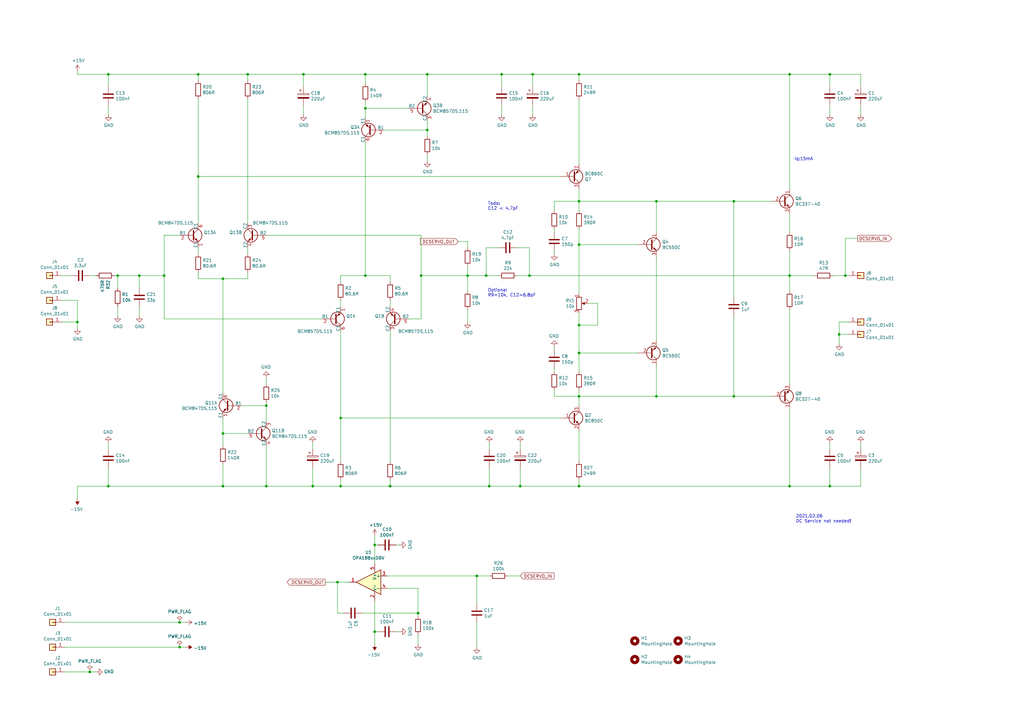
<source format=kicad_sch>
(kicad_sch (version 20211123) (generator eeschema)
  (paper "A3")
  (title_block (title "Discrete Pre-Amp Elektor") (date "2022-10-20") (rev "V2c DC Servo"))
  (lib_symbols
    (symbol "Amplifier_Operational:OPA188xxDBV" (pin_names (offset 0.127))
      (property "Reference" "U" (at 0 5.08 0))
      (property "Value" "OPA188xxDBV" (at 0 -5.08 0))
      (symbol "OPA188xxDBV_0_1"
        (pin power_in line (at -2.54 -7.62 90) (length 3.81) (name "V-") (number "2"))
        (pin power_in line (at -2.54 7.62 270) (length 3.81) (name "V+") (number "5"))
      )
      (symbol "OPA188xxDBV_1_1"
        (pin output line (at 7.62 0 180) (length 2.54) (name "~") (number "1"))
        (pin input line (at -7.62 2.54 0) (length 2.54) (name "+") (number "3"))
        (pin input line (at -7.62 -2.54 0) (length 2.54) (name "-") (number "4"))
      )
    )
    (symbol "Connector_Generic:Conn_01x01" (pin_names (offset 1.016) hide)
      (property "Reference" "J" (at 0 2.54 0))
      (property "Value" "Conn_01x01" (at 0 -2.54 0))
      (symbol "Conn_01x01_1_1"
        (pin passive line (at -5.08 0 0) (length 3.81) (name "Pin_1") (number "1"))
      )
    )
    (symbol "Device:C" (pin_numbers hide) (pin_names (offset 0.254))
      (property "Reference" "C" (at 0.635 2.54 0))
      (property "Value" "C" (at 0.635 -2.54 0))
      (symbol "C_1_1"
        (pin passive line (at 0 3.81 270) (length 2.794) (name "~") (number "1"))
        (pin passive line (at 0 -3.81 90) (length 2.794) (name "~") (number "2"))
      )
    )
    (symbol "Device:C_Polarized" (pin_numbers hide) (pin_names (offset 0.254))
      (property "Reference" "C" (at 0.635 2.54 0))
      (property "Value" "C_Polarized" (at 0.635 -2.54 0))
      (symbol "C_Polarized_1_1"
        (pin passive line (at 0 3.81 270) (length 2.794) (name "~") (number "1"))
        (pin passive line (at 0 -3.81 90) (length 2.794) (name "~") (number "2"))
      )
    )
    (symbol "Device:R" (pin_numbers hide) (pin_names (offset 0))
      (property "Reference" "R" (at 2.032 0 90))
      (property "Value" "R" (at 0 0 90))
      (symbol "R_1_1"
        (pin passive line (at 0 3.81 270) (length 1.27) (name "~") (number "1"))
        (pin passive line (at 0 -3.81 90) (length 1.27) (name "~") (number "2"))
      )
    )
    (symbol "Mechanical:MountingHole" (pin_names (offset 1.016))
      (property "Reference" "H" (at 0 5.08 0))
      (property "Value" "MountingHole" (at 0 3.175 0))
    )
    (symbol "Transistor_BJT:BC327" (pin_names (offset 0) hide)
      (property "Reference" "Q" (at 5.08 1.905 0))
      (property "Value" "BC327" (at 5.08 0 0))
      (symbol "BC327_1_1"
        (pin passive line (at 2.54 5.08 270) (length 2.54) (name "C") (number "1"))
        (pin input line (at -5.08 0 0) (length 5.715) (name "B") (number "2"))
        (pin passive line (at 2.54 -5.08 90) (length 2.54) (name "E") (number "3"))
      )
    )
    (symbol "Transistor_BJT:BC337" (pin_names (offset 0) hide)
      (property "Reference" "Q" (at 5.08 1.905 0))
      (property "Value" "BC337" (at 5.08 0 0))
      (symbol "BC337_1_1"
        (pin passive line (at 2.54 5.08 270) (length 2.54) (name "C") (number "1"))
        (pin input line (at -5.08 0 0) (length 5.08) (name "B") (number "2"))
        (pin passive line (at 2.54 -5.08 90) (length 2.54) (name "E") (number "3"))
      )
    )
    (symbol "Transistor_BJT:BC550" (pin_names (offset 0) hide)
      (property "Reference" "Q" (at 5.08 1.905 0))
      (property "Value" "BC550" (at 5.08 0 0))
      (symbol "BC550_1_1"
        (pin passive line (at 2.54 5.08 270) (length 2.54) (name "C") (number "1"))
        (pin input line (at -5.08 0 0) (length 5.08) (name "B") (number "2"))
        (pin passive line (at 2.54 -5.08 90) (length 2.54) (name "E") (number "3"))
      )
    )
    (symbol "Transistor_BJT:BC560" (pin_names (offset 0) hide)
      (property "Reference" "Q" (at 5.08 1.905 0))
      (property "Value" "BC560" (at 5.08 0 0))
      (symbol "BC560_1_1"
        (pin passive line (at 2.54 5.08 270) (length 2.54) (name "C") (number "1"))
        (pin input line (at -5.08 0 0) (length 5.715) (name "B") (number "2"))
        (pin passive line (at 2.54 -5.08 90) (length 2.54) (name "E") (number "3"))
      )
    )
    (symbol "Transistor_BJT:BC850" (pin_names (offset 0) hide)
      (property "Reference" "Q" (at 5.08 1.905 0))
      (property "Value" "BC850" (at 5.08 0 0))
      (symbol "BC850_1_1"
        (pin input line (at -5.08 0 0) (length 5.715) (name "B") (number "1"))
        (pin passive line (at 2.54 -5.08 90) (length 2.54) (name "E") (number "2"))
        (pin passive line (at 2.54 5.08 270) (length 2.54) (name "C") (number "3"))
      )
    )
    (symbol "Transistor_BJT:BC860" (pin_names (offset 0) hide)
      (property "Reference" "Q" (at 5.08 1.905 0))
      (property "Value" "BC860" (at 5.08 0 0))
      (symbol "BC860_1_1"
        (pin input line (at -5.08 0 0) (length 5.715) (name "B") (number "1"))
        (pin passive line (at 2.54 -5.08 90) (length 2.54) (name "E") (number "2"))
        (pin passive line (at 2.54 5.08 270) (length 2.54) (name "C") (number "3"))
      )
    )
    (symbol "kicad-snk:BCM847DS,115" (pin_names (offset 0))
      (property "Reference" "Q" (at 5.08 1.27 0))
      (property "Value" "BCM847DS,115" (at 5.08 -1.27 0))
      (symbol "BCM847DS,115_1_1"
        (pin passive line (at 2.54 -5.08 90) (length 2.54) (name "E1") (number "1"))
        (pin input line (at -5.08 0 0) (length 2.54) (name "B1") (number "2"))
        (pin passive line (at 2.54 5.08 270) (length 2.54) (name "C1") (number "6"))
      )
      (symbol "BCM847DS,115_2_1"
        (pin passive line (at 2.54 5.08 270) (length 2.54) (name "C2") (number "3"))
        (pin passive line (at 2.54 -5.08 90) (length 2.54) (name "E2") (number "4"))
        (pin input line (at -5.08 0 0) (length 2.54) (name "B2") (number "5"))
      )
    )
    (symbol "kicad-snk:BCM857DS,115" (pin_names (offset 0))
      (property "Reference" "Q" (at 5.08 1.27 0))
      (property "Value" "BCM857DS,115" (at 5.08 -1.27 0))
      (symbol "BCM857DS,115_1_1"
        (pin passive line (at 2.54 -5.08 90) (length 2.54) (name "E1") (number "1"))
        (pin input line (at -5.08 0 0) (length 2.54) (name "B1") (number "2"))
        (pin passive line (at 2.54 5.08 270) (length 2.54) (name "C1") (number "6"))
      )
      (symbol "BCM857DS,115_2_1"
        (pin passive line (at 2.54 5.08 270) (length 2.54) (name "C2") (number "3"))
        (pin passive line (at 2.54 -5.08 90) (length 2.54) (name "E2") (number "4"))
        (pin input line (at -5.08 0 0) (length 2.54) (name "B2") (number "5"))
      )
    )
    (symbol "power:+15V" (power) (pin_names (offset 0))
      (property "Value" "+15V" (at 0 3.556 0))
      (symbol "+15V_1_1"
        (pin power_in line (at 0 0 90) (length 0) hide (name "+15V") (number "1"))
      )
    )
    (symbol "power:-15V" (power) (pin_names (offset 0))
      (property "Value" "-15V" (at 0 3.81 0))
      (symbol "-15V_0_0"
        (pin power_in line (at 0 0 90) (length 0) hide (name "-15V") (number "1"))
      )
    )
    (symbol "power:GND" (power) (pin_names (offset 0))
      (property "Value" "GND" (at 0 -3.81 0))
      (symbol "GND_1_1"
        (pin power_in line (at 0 0 270) (length 0) hide (name "GND") (number "1"))
      )
    )
    (symbol "power:PWR_FLAG" (power) (pin_numbers hide) (pin_names (offset 0) hide)
      (property "Value" "PWR_FLAG" (at 0 3.81 0))
      (symbol "PWR_FLAG_0_0"
        (pin power_out line (at 0 0 90) (length 0) (name "pwr") (number "1"))
      )
    )
    (symbol "pre-amp-discret-rescue:R_POT-Device" (pin_names (offset 1.016) hide)
      (property "Reference" "RV" (at -4.445 0 90))
      (property "Value" "R_POT-Device" (at -2.54 0 90))
      (symbol "R_POT-Device_1_1"
        (pin passive line (at 0 3.81 270) (length 1.27) (name "1") (number "1"))
        (pin passive line (at 3.81 0 180) (length 1.27) (name "2") (number "2"))
        (pin passive line (at 0 -3.81 90) (length 1.27) (name "3") (number "3"))
      )
    )
  )
  (junction (at 149.86 113.03))
  (junction (at 139.7 199.39))
  (junction (at 237.49 162.56))
  (junction (at 237.49 100.33))
  (junction (at 237.49 30.48))
  (junction (at 149.86 30.48))
  (junction (at 67.31 113.03))
  (junction (at 160.02 199.39))
  (junction (at 237.49 82.55))
  (junction (at 300.99 82.55))
  (junction (at 175.26 30.48))
  (junction (at 237.49 133.35))
  (junction (at 124.46 30.48))
  (junction (at 340.36 199.39))
  (junction (at 195.58 236.22))
  (junction (at 171.45 251.46))
  (junction (at 139.7 171.45))
  (junction (at 346.71 113.03))
  (junction (at 91.44 114.3))
  (junction (at 138.43 238.76))
  (junction (at 172.72 113.03))
  (junction (at 36.83 275.59))
  (junction (at 153.67 223.52))
  (junction (at 237.49 144.78))
  (junction (at 205.74 30.48))
  (junction (at 323.85 113.03))
  (junction (at 44.45 30.48))
  (junction (at 81.28 30.48))
  (junction (at 175.26 53.34))
  (junction (at 44.45 199.39))
  (junction (at 73.66 255.27))
  (junction (at 109.22 166.37))
  (junction (at 57.15 113.03))
  (junction (at 269.24 162.56))
  (junction (at 323.85 30.48))
  (junction (at 109.22 199.39))
  (junction (at 31.75 132.08))
  (junction (at 218.44 30.48))
  (junction (at 213.36 199.39))
  (junction (at 73.66 265.43))
  (junction (at 91.44 199.39))
  (junction (at 81.28 72.39))
  (junction (at 191.77 113.03))
  (junction (at 200.66 199.39))
  (junction (at 48.26 113.03))
  (junction (at 269.24 82.55))
  (junction (at 340.36 30.48))
  (junction (at 237.49 199.39))
  (junction (at 149.86 44.45))
  (junction (at 91.44 177.8))
  (junction (at 199.39 113.03))
  (junction (at 128.27 199.39))
  (junction (at 101.6 30.48))
  (junction (at 344.17 137.16))
  (junction (at 300.99 162.56))
  (junction (at 217.17 113.03))
  (junction (at 323.85 199.39))
  (junction (at 153.67 259.08))
  (wire (pts (xy 26.67 265.43) (xy 73.66 265.43)))
  (wire (pts (xy 73.66 255.27) (xy 76.2 255.27)))
  (wire (pts (xy 347.98 132.08) (xy 344.17 132.08)))
  (wire (pts (xy 91.44 114.3) (xy 81.28 114.3)))
  (wire (pts (xy 237.49 100.33) (xy 237.49 93.98)))
  (wire (pts (xy 200.66 184.15) (xy 200.66 181.61)))
  (wire (pts (xy 163.83 223.52) (xy 162.56 223.52)))
  (wire (pts (xy 227.33 95.25) (xy 227.33 93.98)))
  (wire (pts (xy 227.33 162.56) (xy 227.33 160.02)))
  (wire (pts (xy 158.75 236.22) (xy 195.58 236.22)))
  (wire (pts (xy 109.22 182.88) (xy 109.22 199.39)))
  (wire (pts (xy 323.85 119.38) (xy 323.85 113.03)))
  (wire (pts (xy 212.09 101.6) (xy 217.17 101.6)))
  (wire (pts (xy 353.06 43.18) (xy 353.06 46.99)))
  (wire (pts (xy 353.06 30.48) (xy 340.36 30.48)))
  (wire (pts (xy 237.49 199.39) (xy 237.49 196.85)))
  (wire (pts (xy 67.31 96.52) (xy 67.31 113.03)))
  (wire (pts (xy 227.33 143.51) (xy 227.33 142.24)))
  (wire (pts (xy 227.33 152.4) (xy 227.33 151.13)))
  (wire (pts (xy 205.74 30.48) (xy 218.44 30.48)))
  (wire (pts (xy 261.62 100.33) (xy 237.49 100.33)))
  (wire (pts (xy 237.49 176.53) (xy 237.49 189.23)))
  (wire (pts (xy 149.86 113.03) (xy 160.02 113.03)))
  (wire (pts (xy 205.74 30.48) (xy 205.74 35.56)))
  (wire (pts (xy 213.36 191.77) (xy 213.36 199.39)))
  (wire (pts (xy 172.72 96.52) (xy 172.72 113.03)))
  (wire (pts (xy 138.43 251.46) (xy 138.43 238.76)))
  (wire (pts (xy 153.67 219.71) (xy 153.67 223.52)))
  (wire (pts (xy 237.49 162.56) (xy 237.49 160.02)))
  (wire (pts (xy 153.67 246.38) (xy 153.67 259.08)))
  (wire (pts (xy 269.24 82.55) (xy 237.49 82.55)))
  (wire (pts (xy 344.17 132.08) (xy 344.17 137.16)))
  (wire (pts (xy 347.98 137.16) (xy 344.17 137.16)))
  (wire (pts (xy 31.75 199.39) (xy 44.45 199.39)))
  (wire (pts (xy 227.33 82.55) (xy 237.49 82.55)))
  (wire (pts (xy 340.36 35.56) (xy 340.36 30.48)))
  (wire (pts (xy 237.49 86.36) (xy 237.49 82.55)))
  (wire (pts (xy 237.49 33.02) (xy 237.49 30.48)))
  (wire (pts (xy 25.4 132.08) (xy 31.75 132.08)))
  (wire (pts (xy 160.02 125.73) (xy 160.02 123.19)))
  (wire (pts (xy 148.59 251.46) (xy 171.45 251.46)))
  (wire (pts (xy 26.67 255.27) (xy 73.66 255.27)))
  (wire (pts (xy 160.02 135.89) (xy 160.02 189.23)))
  (wire (pts (xy 109.22 96.52) (xy 172.72 96.52)))
  (wire (pts (xy 199.39 113.03) (xy 191.77 113.03)))
  (wire (pts (xy 175.26 66.04) (xy 175.26 63.5)))
  (wire (pts (xy 101.6 40.64) (xy 101.6 91.44)))
  (wire (pts (xy 44.45 35.56) (xy 44.45 30.48)))
  (wire (pts (xy 57.15 113.03) (xy 67.31 113.03)))
  (wire (pts (xy 149.86 34.29) (xy 149.86 30.48)))
  (wire (pts (xy 160.02 199.39) (xy 200.66 199.39)))
  (wire (pts (xy 205.74 46.99) (xy 205.74 43.18)))
  (wire (pts (xy 44.45 184.15) (xy 44.45 181.61)))
  (wire (pts (xy 175.26 30.48) (xy 205.74 30.48)))
  (wire (pts (xy 157.48 53.34) (xy 175.26 53.34)))
  (wire (pts (xy 109.22 165.1) (xy 109.22 166.37)))
  (wire (pts (xy 139.7 135.89) (xy 139.7 171.45)))
  (wire (pts (xy 128.27 184.15) (xy 128.27 181.61)))
  (wire (pts (xy 153.67 259.08) (xy 153.67 264.16)))
  (wire (pts (xy 57.15 129.54) (xy 57.15 125.73)))
  (wire (pts (xy 101.6 30.48) (xy 101.6 33.02)))
  (wire (pts (xy 48.26 118.11) (xy 48.26 113.03)))
  (wire (pts (xy 323.85 87.63) (xy 323.85 95.25)))
  (wire (pts (xy 109.22 166.37) (xy 109.22 172.72)))
  (wire (pts (xy 48.26 113.03) (xy 57.15 113.03)))
  (wire (pts (xy 31.75 30.48) (xy 31.75 29.21)))
  (wire (pts (xy 149.86 48.26) (xy 149.86 44.45)))
  (wire (pts (xy 26.67 275.59) (xy 36.83 275.59)))
  (wire (pts (xy 340.36 199.39) (xy 340.36 191.77)))
  (wire (pts (xy 200.66 191.77) (xy 200.66 199.39)))
  (wire (pts (xy 67.31 113.03) (xy 67.31 130.81)))
  (wire (pts (xy 323.85 167.64) (xy 323.85 199.39)))
  (wire (pts (xy 245.11 133.35) (xy 237.49 133.35)))
  (wire (pts (xy 213.36 199.39) (xy 237.49 199.39)))
  (wire (pts (xy 300.99 162.56) (xy 269.24 162.56)))
  (wire (pts (xy 109.22 157.48) (xy 109.22 154.94)))
  (wire (pts (xy 139.7 125.73) (xy 139.7 123.19)))
  (wire (pts (xy 73.66 265.43) (xy 76.2 265.43)))
  (wire (pts (xy 44.45 199.39) (xy 44.45 191.77)))
  (wire (pts (xy 346.71 113.03) (xy 347.98 113.03)))
  (wire (pts (xy 139.7 113.03) (xy 149.86 113.03)))
  (wire (pts (xy 237.49 199.39) (xy 323.85 199.39)))
  (wire (pts (xy 323.85 199.39) (xy 340.36 199.39)))
  (wire (pts (xy 300.99 129.54) (xy 300.99 162.56)))
  (wire (pts (xy 31.75 132.08) (xy 31.75 134.62)))
  (wire (pts (xy 172.72 113.03) (xy 191.77 113.03)))
  (wire (pts (xy 340.36 184.15) (xy 340.36 181.61)))
  (wire (pts (xy 44.45 46.99) (xy 44.45 43.18)))
  (wire (pts (xy 213.36 184.15) (xy 213.36 181.61)))
  (wire (pts (xy 323.85 157.48) (xy 323.85 127)))
  (wire (pts (xy 153.67 223.52) (xy 153.67 231.14)))
  (wire (pts (xy 175.26 53.34) (xy 175.26 49.53)))
  (wire (pts (xy 323.85 30.48) (xy 340.36 30.48)))
  (wire (pts (xy 237.49 133.35) (xy 237.49 144.78)))
  (wire (pts (xy 175.26 39.37) (xy 175.26 30.48)))
  (wire (pts (xy 237.49 30.48) (xy 323.85 30.48)))
  (wire (pts (xy 128.27 199.39) (xy 128.27 191.77)))
  (wire (pts (xy 101.6 114.3) (xy 91.44 114.3)))
  (wire (pts (xy 217.17 113.03) (xy 323.85 113.03)))
  (wire (pts (xy 167.64 130.81) (xy 172.72 130.81)))
  (wire (pts (xy 237.49 162.56) (xy 227.33 162.56)))
  (wire (pts (xy 31.75 204.47) (xy 31.75 199.39)))
  (wire (pts (xy 139.7 171.45) (xy 139.7 189.23)))
  (wire (pts (xy 81.28 114.3) (xy 81.28 111.76)))
  (wire (pts (xy 101.6 177.8) (xy 91.44 177.8)))
  (wire (pts (xy 36.83 113.03) (xy 39.37 113.03)))
  (wire (pts (xy 154.94 259.08) (xy 153.67 259.08)))
  (wire (pts (xy 81.28 104.14) (xy 81.28 101.6)))
  (wire (pts (xy 31.75 30.48) (xy 44.45 30.48)))
  (wire (pts (xy 31.75 123.19) (xy 31.75 132.08)))
  (wire (pts (xy 160.02 115.57) (xy 160.02 113.03)))
  (wire (pts (xy 101.6 104.14) (xy 101.6 101.6)))
  (wire (pts (xy 172.72 113.03) (xy 172.72 130.81)))
  (wire (pts (xy 140.97 251.46) (xy 138.43 251.46)))
  (wire (pts (xy 191.77 101.6) (xy 191.77 99.06)))
  (wire (pts (xy 81.28 40.64) (xy 81.28 72.39)))
  (wire (pts (xy 212.09 113.03) (xy 217.17 113.03)))
  (wire (pts (xy 99.06 166.37) (xy 109.22 166.37)))
  (wire (pts (xy 300.99 121.92) (xy 300.99 82.55)))
  (wire (pts (xy 229.87 171.45) (xy 139.7 171.45)))
  (wire (pts (xy 91.44 177.8) (xy 91.44 171.45)))
  (wire (pts (xy 323.85 113.03) (xy 334.01 113.03)))
  (wire (pts (xy 269.24 149.86) (xy 269.24 162.56)))
  (wire (pts (xy 44.45 199.39) (xy 91.44 199.39)))
  (wire (pts (xy 353.06 184.15) (xy 353.06 181.61)))
  (wire (pts (xy 323.85 30.48) (xy 323.85 77.47)))
  (wire (pts (xy 346.71 97.79) (xy 346.71 113.03)))
  (wire (pts (xy 109.22 199.39) (xy 128.27 199.39)))
  (wire (pts (xy 139.7 115.57) (xy 139.7 113.03)))
  (wire (pts (xy 245.11 124.46) (xy 245.11 133.35)))
  (wire (pts (xy 199.39 101.6) (xy 199.39 113.03)))
  (wire (pts (xy 36.83 275.59) (xy 39.37 275.59)))
  (wire (pts (xy 128.27 199.39) (xy 139.7 199.39)))
  (wire (pts (xy 353.06 199.39) (xy 353.06 191.77)))
  (wire (pts (xy 25.4 113.03) (xy 29.21 113.03)))
  (wire (pts (xy 149.86 30.48) (xy 175.26 30.48)))
  (wire (pts (xy 171.45 260.35) (xy 171.45 264.16)))
  (wire (pts (xy 149.86 58.42) (xy 149.86 113.03)))
  (wire (pts (xy 241.3 124.46) (xy 245.11 124.46)))
  (wire (pts (xy 124.46 35.56) (xy 124.46 30.48)))
  (wire (pts (xy 195.58 236.22) (xy 200.66 236.22)))
  (wire (pts (xy 139.7 199.39) (xy 160.02 199.39)))
  (wire (pts (xy 171.45 241.3) (xy 158.75 241.3)))
  (wire (pts (xy 353.06 199.39) (xy 340.36 199.39)))
  (wire (pts (xy 57.15 118.11) (xy 57.15 113.03)))
  (wire (pts (xy 25.4 123.19) (xy 31.75 123.19)))
  (wire (pts (xy 208.28 236.22) (xy 213.36 236.22)))
  (wire (pts (xy 217.17 101.6) (xy 217.17 113.03)))
  (wire (pts (xy 48.26 129.54) (xy 48.26 125.73)))
  (wire (pts (xy 133.35 238.76) (xy 138.43 238.76)))
  (wire (pts (xy 139.7 199.39) (xy 139.7 196.85)))
  (wire (pts (xy 81.28 30.48) (xy 101.6 30.48)))
  (wire (pts (xy 167.64 44.45) (xy 149.86 44.45)))
  (wire (pts (xy 149.86 44.45) (xy 149.86 41.91)))
  (wire (pts (xy 218.44 30.48) (xy 237.49 30.48)))
  (wire (pts (xy 191.77 127) (xy 191.77 132.08)))
  (wire (pts (xy 81.28 30.48) (xy 81.28 33.02)))
  (wire (pts (xy 227.33 86.36) (xy 227.33 82.55)))
  (wire (pts (xy 175.26 55.88) (xy 175.26 53.34)))
  (wire (pts (xy 191.77 113.03) (xy 191.77 119.38)))
  (wire (pts (xy 124.46 43.18) (xy 124.46 46.99)))
  (wire (pts (xy 67.31 96.52) (xy 73.66 96.52)))
  (wire (pts (xy 46.99 113.03) (xy 48.26 113.03)))
  (wire (pts (xy 163.83 259.08) (xy 162.56 259.08)))
  (wire (pts (xy 218.44 43.18) (xy 218.44 46.99)))
  (wire (pts (xy 204.47 101.6) (xy 199.39 101.6)))
  (wire (pts (xy 171.45 252.73) (xy 171.45 251.46)))
  (wire (pts (xy 269.24 162.56) (xy 237.49 162.56)))
  (wire (pts (xy 237.49 144.78) (xy 237.49 152.4)))
  (wire (pts (xy 195.58 247.65) (xy 195.58 236.22)))
  (wire (pts (xy 344.17 140.97) (xy 344.17 137.16)))
  (wire (pts (xy 199.39 113.03) (xy 204.47 113.03)))
  (wire (pts (xy 237.49 120.65) (xy 237.49 100.33)))
  (wire (pts (xy 353.06 35.56) (xy 353.06 30.48)))
  (wire (pts (xy 269.24 105.41) (xy 269.24 139.7)))
  (wire (pts (xy 341.63 113.03) (xy 346.71 113.03)))
  (wire (pts (xy 237.49 82.55) (xy 237.49 77.47)))
  (wire (pts (xy 200.66 199.39) (xy 213.36 199.39)))
  (wire (pts (xy 171.45 251.46) (xy 171.45 241.3)))
  (wire (pts (xy 138.43 238.76) (xy 143.51 238.76)))
  (wire (pts (xy 124.46 30.48) (xy 101.6 30.48)))
  (wire (pts (xy 191.77 99.06) (xy 187.96 99.06)))
  (wire (pts (xy 195.58 265.43) (xy 195.58 255.27)))
  (wire (pts (xy 323.85 113.03) (xy 323.85 102.87)))
  (wire (pts (xy 160.02 199.39) (xy 160.02 196.85)))
  (wire (pts (xy 81.28 72.39) (xy 81.28 91.44)))
  (wire (pts (xy 101.6 114.3) (xy 101.6 111.76)))
  (wire (pts (xy 227.33 104.14) (xy 227.33 102.87)))
  (wire (pts (xy 351.79 97.79) (xy 346.71 97.79)))
  (wire (pts (xy 67.31 130.81) (xy 132.08 130.81)))
  (wire (pts (xy 269.24 95.25) (xy 269.24 82.55)))
  (wire (pts (xy 91.44 199.39) (xy 109.22 199.39)))
  (wire (pts (xy 300.99 82.55) (xy 269.24 82.55)))
  (wire (pts (xy 154.94 223.52) (xy 153.67 223.52)))
  (wire (pts (xy 237.49 40.64) (xy 237.49 67.31)))
  (wire (pts (xy 44.45 30.48) (xy 81.28 30.48)))
  (wire (pts (xy 91.44 161.29) (xy 91.44 114.3)))
  (wire (pts (xy 237.49 166.37) (xy 237.49 162.56)))
  (wire (pts (xy 316.23 162.56) (xy 300.99 162.56)))
  (wire (pts (xy 229.87 72.39) (xy 81.28 72.39)))
  (wire (pts (xy 91.44 190.5) (xy 91.44 199.39)))
  (wire (pts (xy 191.77 109.22) (xy 191.77 113.03)))
  (wire (pts (xy 237.49 128.27) (xy 237.49 133.35)))
  (wire (pts (xy 261.62 144.78) (xy 237.49 144.78)))
  (wire (pts (xy 340.36 46.99) (xy 340.36 43.18)))
  (wire (pts (xy 91.44 182.88) (xy 91.44 177.8)))
  (wire (pts (xy 124.46 30.48) (xy 149.86 30.48)))
  (wire (pts (xy 218.44 30.48) (xy 218.44 35.56)))
  (wire (pts (xy 316.23 82.55) (xy 300.99 82.55)))
  (text "2021.02.06\nDC Service not needed!" (at 326.39 214.63 0) (effects (font (size 1.27 1.27)) (justify left bottom)))
  (text "Optional\nR9=10k, C12=6.8pF" (at 200.025 121.92 0) (effects (font (size 1.27 1.27)) (justify left bottom)))
  (text "Todo:\nC12 < 4.7pF" (at 200.025 86.36 0) (effects (font (size 1.27 1.27)) (justify left bottom)))
  (text "Iq:15mA" (at 325.755 66.04 0) (effects (font (size 1.27 1.27)) (justify left bottom)))
  (global_label "DCSERVO_OUT" (shape output) (at 133.35 238.76 180) (property "Intersheet References" "${INTERSHEET_REFS}" (effects hide)))
  (global_label "DCSERVO_OUT" (shape input) (at 187.96 99.06 180) (property "Intersheet References" "${INTERSHEET_REFS}" (effects hide)))
  (global_label "DCSERVO_IN" (shape output) (at 351.79 97.79 0) (property "Intersheet References" "${INTERSHEET_REFS}" (effects hide)))
  (global_label "DCSERVO_IN" (shape input) (at 213.36 236.22 0) (property "Intersheet References" "${INTERSHEET_REFS}" (effects hide)))
  (symbol (lib_id "Device:R") (at 160.02 193.04 0) (unit 1)
    (property "Reference" "R6" (at 161.798 191.8716 0) (effects (justify left)))
    (property "Value" "806R" (at 161.798 194.183 0) (effects (justify left)))
    (property "Footprint" "Resistor_SMD:R_0805_2012Metric_Pad1.20x1.40mm_HandSolder" (effects hide))
  )
  (symbol (lib_id "Device:C") (at 33.02 113.03 270) (unit 1)
    (property "Reference" "C2" (at 33.02 106.6292 90))
    (property "Value" "3.3uF" (at 33.02 108.9406 90))
    (property "Footprint" "Capacitor_THT:C_Rect_L7.2mm_W7.2mm_P5.00mm_FKS2_FKP2_MKS2_MKP2" (effects hide))
  )
  (symbol (lib_id "power:GND") (at 48.26 129.54 0) (unit 1)
    (property "Reference" "#PWR09" (effects hide))
    (property "Value" "GND" (at 48.387 133.9342 0))
  )
  (symbol (lib_id "Device:R") (at 139.7 193.04 0) (unit 1)
    (property "Reference" "R3" (at 141.478 191.8716 0) (effects (justify left)))
    (property "Value" "806R" (at 141.478 194.183 0) (effects (justify left)))
    (property "Footprint" "Resistor_SMD:R_0805_2012Metric_Pad1.20x1.40mm_HandSolder" (effects hide))
  )
  (symbol (lib_id "Device:R") (at 48.26 121.92 0) (unit 1)
    (property "Reference" "R1" (at 50.038 120.7516 0) (effects (justify left)))
    (property "Value" "10k" (at 50.038 123.063 0) (effects (justify left)))
    (property "Footprint" "Resistor_SMD:R_0805_2012Metric_Pad1.20x1.40mm_HandSolder" (effects hide))
  )
  (symbol (lib_id "Device:R") (at 191.77 123.19 0) (unit 1)
    (property "Reference" "R8" (at 193.548 122.0216 0) (effects (justify left)))
    (property "Value" "10k" (at 193.548 124.333 0) (effects (justify left)))
    (property "Footprint" "Resistor_SMD:R_0805_2012Metric_Pad1.20x1.40mm_HandSolder" (effects hide))
  )
  (symbol (lib_id "Device:R") (at 208.28 113.03 270) (unit 1)
    (property "Reference" "R9" (at 208.28 107.7722 90))
    (property "Value" "22k" (at 208.28 110.0836 90))
    (property "Footprint" "Resistor_SMD:R_0805_2012Metric_Pad1.20x1.40mm_HandSolder" (effects hide))
  )
  (symbol (lib_id "Device:R") (at 139.7 119.38 0) (unit 1)
    (property "Reference" "R2" (at 141.478 118.2116 0) (effects (justify left)))
    (property "Value" "80.6R" (at 141.478 120.523 0) (effects (justify left)))
    (property "Footprint" "Resistor_SMD:R_0805_2012Metric_Pad1.20x1.40mm_HandSolder" (effects hide))
  )
  (symbol (lib_id "Device:R") (at 160.02 119.38 0) (unit 1)
    (property "Reference" "R5" (at 161.798 118.2116 0) (effects (justify left)))
    (property "Value" "80.6R" (at 161.798 120.523 0) (effects (justify left)))
    (property "Footprint" "Resistor_SMD:R_0805_2012Metric_Pad1.20x1.40mm_HandSolder" (effects hide))
  )
  (symbol (lib_id "Device:R") (at 149.86 38.1 0) (unit 1)
    (property "Reference" "R4" (at 151.638 36.9316 0) (effects (justify left)))
    (property "Value" "140R" (at 151.638 39.243 0) (effects (justify left)))
    (property "Footprint" "Resistor_SMD:R_0805_2012Metric_Pad1.20x1.40mm_HandSolder" (effects hide))
  )
  (symbol (lib_id "Device:R") (at 175.26 59.69 0) (unit 1)
    (property "Reference" "R7" (at 177.038 58.5216 0) (effects (justify left)))
    (property "Value" "10k" (at 177.038 60.833 0) (effects (justify left)))
    (property "Footprint" "Resistor_SMD:R_0805_2012Metric_Pad1.20x1.40mm_HandSolder" (effects hide))
  )
  (symbol (lib_id "Transistor_BJT:BC860") (at 234.95 72.39 0) (mirror x) (unit 1)
    (property "Reference" "Q7" (at 239.8014 73.5584 0) (effects (justify left)))
    (property "Value" "BC860C" (at 239.8014 71.247 0) (effects (justify left)))
    (property "Footprint" "Package_TO_SOT_SMD:SOT-23" (effects hide))
    (property "Datasheet" "http://www.infineon.com/dgdl/Infineon-BC857SERIES_BC858SERIES_BC859SERIES_BC860SERIES-DS-v01_01-en.pdf?fileId=db3a304314dca389011541da0e3a1661" (effects hide))
  )
  (symbol (lib_id "Device:R") (at 237.49 36.83 0) (unit 1)
    (property "Reference" "R11" (at 239.268 35.6616 0) (effects (justify left)))
    (property "Value" "249R" (at 239.268 37.973 0) (effects (justify left)))
    (property "Footprint" "Resistor_SMD:R_0805_2012Metric_Pad1.20x1.40mm_HandSolder" (effects hide))
  )
  (symbol (lib_id "power:GND") (at 191.77 132.08 0) (unit 1)
    (property "Reference" "#PWR013" (effects hide))
    (property "Value" "GND" (at 191.897 136.4742 0))
  )
  (symbol (lib_id "power:GND") (at 31.75 134.62 0) (unit 1)
    (property "Reference" "#PWR04" (effects hide))
    (property "Value" "GND" (at 31.877 139.0142 0))
  )
  (symbol (lib_id "Mechanical:MountingHole") (at 260.35 262.89 0) (unit 1)
    (property "Reference" "H1" (at 262.89 261.7216 0) (effects (justify left)))
    (property "Value" "MountingHole" (at 262.89 264.033 0) (effects (justify left)))
    (property "Footprint" "MountingHole:MountingHole_3.2mm_M3" (effects hide))
  )
  (symbol (lib_id "Mechanical:MountingHole") (at 278.13 262.89 0) (unit 1)
    (property "Reference" "H3" (at 280.67 261.7216 0) (effects (justify left)))
    (property "Value" "MountingHole" (at 280.67 264.033 0) (effects (justify left)))
    (property "Footprint" "MountingHole:MountingHole_3.2mm_M3" (effects hide))
  )
  (symbol (lib_id "Mechanical:MountingHole") (at 260.35 270.51 0) (unit 1)
    (property "Reference" "H2" (at 262.89 269.3416 0) (effects (justify left)))
    (property "Value" "MountingHole" (at 262.89 271.653 0) (effects (justify left)))
    (property "Footprint" "MountingHole:MountingHole_3.2mm_M3" (effects hide))
  )
  (symbol (lib_id "Mechanical:MountingHole") (at 278.13 270.51 0) (unit 1)
    (property "Reference" "H4" (at 280.67 269.3416 0) (effects (justify left)))
    (property "Value" "MountingHole" (at 280.67 271.653 0) (effects (justify left)))
    (property "Footprint" "MountingHole:MountingHole_3.2mm_M3" (effects hide))
  )
  (symbol (lib_id "Connector_Generic:Conn_01x01") (at 20.32 113.03 180) (unit 1)
    (property "Reference" "J4" (at 22.4028 107.315 0))
    (property "Value" "Conn_01x01" (at 22.4028 109.6264 0))
    (property "Footprint" "Connector_Pin:Pin_D1.0mm_L10.0mm" (effects hide))
  )
  (symbol (lib_id "Connector_Generic:Conn_01x01") (at 20.32 123.19 180) (unit 1)
    (property "Reference" "J5" (at 22.4028 117.475 0))
    (property "Value" "Conn_01x01" (at 22.4028 119.7864 0))
    (property "Footprint" "Connector_Pin:Pin_D1.0mm_L10.0mm" (effects hide))
  )
  (symbol (lib_id "power:GND") (at 175.26 66.04 0) (unit 1)
    (property "Reference" "#PWR012" (effects hide))
    (property "Value" "GND" (at 175.387 70.4342 0))
  )
  (symbol (lib_id "power:+15V") (at 31.75 29.21 0) (unit 1)
    (property "Reference" "#PWR05" (effects hide))
    (property "Value" "+15V" (at 32.131 24.8158 0))
  )
  (symbol (lib_id "power:-15V") (at 31.75 204.47 180) (unit 1)
    (property "Reference" "#PWR08" (effects hide))
    (property "Value" "-15V" (at 31.369 208.8642 0))
  )
  (symbol (lib_id "Connector_Generic:Conn_01x01") (at 353.06 113.03 0) (unit 1)
    (property "Reference" "J6" (at 355.092 111.9632 0) (effects (justify left)))
    (property "Value" "Conn_01x01" (at 355.092 114.2746 0) (effects (justify left)))
    (property "Footprint" "Connector_Pin:Pin_D1.0mm_L10.0mm" (effects hide))
  )
  (symbol (lib_id "Connector_Generic:Conn_01x01") (at 353.06 137.16 0) (unit 1)
    (property "Reference" "J7" (at 355.092 136.0932 0) (effects (justify left)))
    (property "Value" "Conn_01x01" (at 355.092 138.4046 0) (effects (justify left)))
    (property "Footprint" "Connector_Pin:Pin_D1.0mm_L10.0mm" (effects hide))
  )
  (symbol (lib_id "Connector_Generic:Conn_01x01") (at 21.59 255.27 180) (unit 1)
    (property "Reference" "J1" (at 23.6728 249.555 0))
    (property "Value" "Conn_01x01" (at 23.6728 251.8664 0))
    (property "Footprint" "Connector_Pin:Pin_D1.0mm_L10.0mm" (effects hide))
  )
  (symbol (lib_id "Connector_Generic:Conn_01x01") (at 21.59 275.59 180) (unit 1)
    (property "Reference" "J2" (at 23.6728 269.875 0))
    (property "Value" "Conn_01x01" (at 23.6728 272.1864 0))
    (property "Footprint" "Connector_Pin:Pin_D1.0mm_L10.0mm" (effects hide))
  )
  (symbol (lib_id "Connector_Generic:Conn_01x01") (at 21.59 265.43 180) (unit 1)
    (property "Reference" "J3" (at 23.6728 259.715 0))
    (property "Value" "Conn_01x01" (at 23.6728 262.0264 0))
    (property "Footprint" "Connector_Pin:Pin_D1.0mm_L10.0mm" (effects hide))
  )
  (symbol (lib_id "power:GND") (at 39.37 275.59 90) (unit 1)
    (property "Reference" "#PWR02" (effects hide))
    (property "Value" "GND" (at 42.6212 275.463 90) (effects (justify right)))
  )
  (symbol (lib_id "power:+15V") (at 76.2 255.27 270) (unit 1)
    (property "Reference" "#PWR01" (effects hide))
    (property "Value" "+15V" (at 79.4512 255.651 90) (effects (justify left)))
  )
  (symbol (lib_id "Device:C_Polarized") (at 353.06 187.96 0) (unit 1)
    (property "Reference" "C3" (at 356.0572 186.7916 0) (effects (justify left)))
    (property "Value" "220uF" (at 356.0572 189.103 0) (effects (justify left)))
    (property "Footprint" "Capacitor_THT:CP_Radial_D8.0mm_P3.50mm" (effects hide))
  )
  (symbol (lib_id "Device:C") (at 340.36 187.96 180) (unit 1)
    (property "Reference" "C5" (at 343.281 186.7916 0) (effects (justify right)))
    (property "Value" "100nF" (at 343.281 189.103 0) (effects (justify right)))
    (property "Footprint" "Capacitor_SMD:C_1210_3225Metric_Pad1.33x2.70mm_HandSolder" (effects hide))
  )
  (symbol (lib_id "power:GND") (at 44.45 181.61 180) (unit 1)
    (property "Reference" "#PWR011" (effects hide))
    (property "Value" "GND" (at 44.323 177.2158 0))
  )
  (symbol (lib_id "Device:R") (at 337.82 113.03 270) (unit 1)
    (property "Reference" "R13" (at 337.82 107.7722 90))
    (property "Value" "47R" (at 337.82 110.0836 90))
    (property "Footprint" "Resistor_SMD:R_0805_2012Metric_Pad1.20x1.40mm_HandSolder" (effects hide))
  )
  (symbol (lib_id "Device:C_Polarized") (at 353.06 39.37 0) (unit 1)
    (property "Reference" "C1" (at 356.0572 38.2016 0) (effects (justify left)))
    (property "Value" "220uF" (at 356.0572 40.513 0) (effects (justify left)))
    (property "Footprint" "Capacitor_THT:CP_Radial_D8.0mm_P3.50mm" (effects hide))
  )
  (symbol (lib_id "Device:C") (at 340.36 39.37 180) (unit 1)
    (property "Reference" "C4" (at 343.281 38.2016 0) (effects (justify right)))
    (property "Value" "100nF" (at 343.281 40.513 0) (effects (justify right)))
    (property "Footprint" "Capacitor_SMD:C_1210_3225Metric_Pad1.33x2.70mm_HandSolder" (effects hide))
  )
  (symbol (lib_id "power:GND") (at 44.45 46.99 0) (unit 1)
    (property "Reference" "#PWR010" (effects hide))
    (property "Value" "GND" (at 44.577 51.3842 0))
  )
  (symbol (lib_id "power:GND") (at 344.17 140.97 0) (unit 1)
    (property "Reference" "#PWR015" (effects hide))
    (property "Value" "GND" (at 344.297 145.3642 0))
  )
  (symbol (lib_id "power:-15V") (at 76.2 265.43 270) (unit 1)
    (property "Reference" "#PWR0101" (effects hide))
    (property "Value" "-15V" (at 79.4512 265.811 90) (effects (justify left)))
  )
  (symbol (lib_id "power:PWR_FLAG") (at 36.83 275.59 0) (unit 1)
    (property "Reference" "#FLG0101" (effects hide))
    (property "Value" "PWR_FLAG" (at 36.83 271.1958 0))
  )
  (symbol (lib_id "power:PWR_FLAG") (at 73.66 265.43 0) (unit 1)
    (property "Reference" "#FLG0103" (effects hide))
    (property "Value" "PWR_FLAG" (at 73.66 261.0358 0))
  )
  (symbol (lib_id "Device:C") (at 208.28 101.6 270) (unit 1)
    (property "Reference" "C12" (at 208.28 95.1992 90))
    (property "Value" "4.7pF" (at 208.28 97.5106 90))
    (property "Footprint" "Capacitor_SMD:C_0805_2012Metric_Pad1.18x1.45mm_HandSolder" (effects hide))
  )
  (symbol (lib_id "Device:C") (at 44.45 39.37 180) (unit 1)
    (property "Reference" "C13" (at 47.371 38.2016 0) (effects (justify right)))
    (property "Value" "100nF" (at 47.371 40.513 0) (effects (justify right)))
    (property "Footprint" "Capacitor_SMD:C_1210_3225Metric_Pad1.33x2.70mm_HandSolder" (effects hide))
  )
  (symbol (lib_id "Device:C") (at 44.45 187.96 180) (unit 1)
    (property "Reference" "C14" (at 47.371 186.7916 0) (effects (justify right)))
    (property "Value" "100nF" (at 47.371 189.103 0) (effects (justify right)))
    (property "Footprint" "Capacitor_SMD:C_1210_3225Metric_Pad1.33x2.70mm_HandSolder" (effects hide))
  )
  (symbol (lib_id "power:GND") (at 340.36 181.61 180) (unit 1)
    (property "Reference" "#PWR018" (effects hide))
    (property "Value" "GND" (at 340.233 177.2158 0))
  )
  (symbol (lib_id "power:GND") (at 340.36 46.99 0) (unit 1)
    (property "Reference" "#PWR017" (effects hide))
    (property "Value" "GND" (at 340.487 51.3842 0))
  )
  (symbol (lib_id "power:GND") (at 353.06 46.99 0) (unit 1)
    (property "Reference" "#PWR019" (effects hide))
    (property "Value" "GND" (at 353.187 51.3842 0))
  )
  (symbol (lib_id "power:GND") (at 353.06 181.61 180) (unit 1)
    (property "Reference" "#PWR020" (effects hide))
    (property "Value" "GND" (at 352.933 177.2158 0))
  )
  (symbol (lib_id "kicad-snk:BCM847DS,115") (at 78.74 96.52 0) (unit 1)
    (property "Reference" "Q13" (at 83.566 95.3516 0) (effects (justify left)))
    (property "Value" "BCM847DS,115" (at 64.77 91.44 0) (effects (justify left)))
    (property "Footprint" "Package_SO:SC-74-6_1.5x2.9mm_P0.95mm" (effects hide))
    (property "Datasheet" "https://www.analog.com/media/en/technical-documentation/obsolete-data-sheets/SSM2210.pdf" (effects hide))
  )
  (symbol (lib_id "kicad-snk:BCM847DS,115") (at 104.14 96.52 0) (mirror y) (unit 2)
    (property "Reference" "Q13" (at 99.2886 95.3516 0) (effects (justify left)))
    (property "Value" "BCM847DS,115" (at 118.11 91.44 0) (effects (justify left)))
    (property "Footprint" "Package_SO:SC-74-6_1.5x2.9mm_P0.95mm" (effects hide))
    (property "Datasheet" "https://www.analog.com/media/en/technical-documentation/obsolete-data-sheets/SSM2210.pdf" (effects hide))
  )
  (symbol (lib_id "kicad-snk:BCM847DS,115") (at 93.98 166.37 0) (mirror y) (unit 1)
    (property "Reference" "Q11" (at 89.1286 165.2016 0) (effects (justify left)))
    (property "Value" "BCM847DS,115" (at 89.1286 167.513 0) (effects (justify left)))
    (property "Footprint" "Package_SO:SC-74-6_1.5x2.9mm_P0.95mm" (effects hide))
    (property "Datasheet" "https://www.analog.com/media/en/technical-documentation/obsolete-data-sheets/SSM2210.pdf" (effects hide))
  )
  (symbol (lib_id "kicad-snk:BCM847DS,115") (at 106.68 177.8 0) (unit 2)
    (property "Reference" "Q11" (at 111.506 176.6316 0) (effects (justify left)))
    (property "Value" "BCM847DS,115" (at 111.506 178.943 0) (effects (justify left)))
    (property "Footprint" "Package_SO:SC-74-6_1.5x2.9mm_P0.95mm" (effects hide))
    (property "Datasheet" "https://www.analog.com/media/en/technical-documentation/obsolete-data-sheets/SSM2210.pdf" (effects hide))
  )
  (symbol (lib_id "power:PWR_FLAG") (at 73.66 255.27 0) (unit 1)
    (property "Reference" "#FLG01" (effects hide))
    (property "Value" "PWR_FLAG" (at 73.66 250.8758 0))
  )
  (symbol (lib_id "kicad-snk:BCM857DS,115") (at 172.72 44.45 0) (mirror x) (unit 2)
    (property "Reference" "Q3" (at 177.546 43.2816 0) (effects (justify left)))
    (property "Value" "BCM857DS,115" (at 177.546 45.593 0) (effects (justify left)))
    (property "Footprint" "Package_SO:SC-74-6_1.5x2.9mm_P0.95mm" (effects hide))
    (property "Datasheet" "https://www.analog.com/media/en/technical-documentation/data-sheets/SSM2220.pdf" (effects hide))
  )
  (symbol (lib_id "kicad-snk:BCM857DS,115") (at 152.4 53.34 180) (unit 1)
    (property "Reference" "Q3" (at 147.5486 52.1716 0) (effects (justify left)))
    (property "Value" "BCM857DS,115" (at 147.5486 54.483 0) (effects (justify left)))
    (property "Footprint" "Package_SO:SC-74-6_1.5x2.9mm_P0.95mm" (effects hide))
    (property "Datasheet" "https://www.analog.com/media/en/technical-documentation/data-sheets/SSM2220.pdf" (effects hide))
  )
  (symbol (lib_id "kicad-snk:BCM857DS,115") (at 137.16 130.81 0) (mirror x) (unit 1)
    (property "Reference" "Q1" (at 141.986 129.6416 0) (effects (justify left)))
    (property "Value" "BCM857DS,115" (at 121.92 135.89 0) (effects (justify left)))
    (property "Footprint" "Package_SO:SC-74-6_1.5x2.9mm_P0.95mm" (effects hide))
    (property "Datasheet" "https://www.analog.com/media/en/technical-documentation/data-sheets/SSM2220.pdf" (effects hide))
  )
  (symbol (lib_id "kicad-snk:BCM857DS,115") (at 162.56 130.81 180) (unit 2)
    (property "Reference" "Q1" (at 157.7086 129.6416 0) (effects (justify left)))
    (property "Value" "BCM857DS,115" (at 177.8 135.89 0) (effects (justify left)))
    (property "Footprint" "Package_SO:SC-74-6_1.5x2.9mm_P0.95mm" (effects hide))
    (property "Datasheet" "https://www.analog.com/media/en/technical-documentation/data-sheets/SSM2220.pdf" (effects hide))
  )
  (symbol (lib_id "Device:R") (at 237.49 193.04 0) (unit 1)
    (property "Reference" "R27" (at 239.268 191.8716 0) (effects (justify left)))
    (property "Value" "249R" (at 239.268 194.183 0) (effects (justify left)))
    (property "Footprint" "Resistor_SMD:R_0805_2012Metric_Pad1.20x1.40mm_HandSolder" (effects hide))
  )
  (symbol (lib_id "Device:C_Polarized") (at 124.46 39.37 0) (unit 1)
    (property "Reference" "C18" (at 127.4572 38.2016 0) (effects (justify left)))
    (property "Value" "220uF" (at 127.4572 40.513 0) (effects (justify left)))
    (property "Footprint" "Capacitor_THT:CP_Radial_D8.0mm_P3.50mm" (effects hide))
  )
  (symbol (lib_id "power:GND") (at 124.46 46.99 0) (unit 1)
    (property "Reference" "#PWR023" (effects hide))
    (property "Value" "GND" (at 124.587 51.3842 0))
  )
  (symbol (lib_id "Device:C_Polarized") (at 128.27 187.96 0) (unit 1)
    (property "Reference" "C19" (at 131.2672 186.7916 0) (effects (justify left)))
    (property "Value" "220uF" (at 131.2672 189.103 0) (effects (justify left)))
    (property "Footprint" "Capacitor_THT:CP_Radial_D8.0mm_P3.50mm" (effects hide))
  )
  (symbol (lib_id "power:GND") (at 128.27 181.61 180) (unit 1)
    (property "Reference" "#PWR024" (effects hide))
    (property "Value" "GND" (at 128.143 177.2158 0))
  )
  (symbol (lib_id "Device:R") (at 101.6 36.83 0) (unit 1)
    (property "Reference" "R23" (at 103.378 35.6616 0) (effects (justify left)))
    (property "Value" "806R" (at 103.378 37.973 0) (effects (justify left)))
    (property "Footprint" "Resistor_SMD:R_0805_2012Metric_Pad1.20x1.40mm_HandSolder" (effects hide))
  )
  (symbol (lib_id "Device:R") (at 81.28 36.83 0) (unit 1)
    (property "Reference" "R20" (at 83.058 35.6616 0) (effects (justify left)))
    (property "Value" "806R" (at 83.058 37.973 0) (effects (justify left)))
    (property "Footprint" "Resistor_SMD:R_0805_2012Metric_Pad1.20x1.40mm_HandSolder" (effects hide))
  )
  (symbol (lib_id "Device:R") (at 81.28 107.95 0) (unit 1)
    (property "Reference" "R21" (at 83.058 106.7816 0) (effects (justify left)))
    (property "Value" "80.6R" (at 83.058 109.093 0) (effects (justify left)))
    (property "Footprint" "Resistor_SMD:R_0805_2012Metric_Pad1.20x1.40mm_HandSolder" (effects hide))
  )
  (symbol (lib_id "Device:R") (at 101.6 107.95 0) (unit 1)
    (property "Reference" "R24" (at 103.378 106.7816 0) (effects (justify left)))
    (property "Value" "80.6R" (at 103.378 109.093 0) (effects (justify left)))
    (property "Footprint" "Resistor_SMD:R_0805_2012Metric_Pad1.20x1.40mm_HandSolder" (effects hide))
  )
  (symbol (lib_id "Device:R") (at 109.22 161.29 0) (unit 1)
    (property "Reference" "R25" (at 110.998 160.1216 0) (effects (justify left)))
    (property "Value" "10k" (at 110.998 162.433 0) (effects (justify left)))
    (property "Footprint" "Resistor_SMD:R_0805_2012Metric_Pad1.20x1.40mm_HandSolder" (effects hide))
  )
  (symbol (lib_id "power:GND") (at 109.22 154.94 180) (unit 1)
    (property "Reference" "#PWR0104" (effects hide))
    (property "Value" "GND" (at 109.093 150.5458 0))
  )
  (symbol (lib_id "Device:R") (at 91.44 186.69 0) (unit 1)
    (property "Reference" "R22" (at 93.218 185.5216 0) (effects (justify left)))
    (property "Value" "140R" (at 93.218 187.833 0) (effects (justify left)))
    (property "Footprint" "Resistor_SMD:R_0805_2012Metric_Pad1.20x1.40mm_HandSolder" (effects hide))
  )
  (symbol (lib_id "Device:C") (at 57.15 121.92 180) (unit 1)
    (property "Reference" "C21" (at 60.071 120.7516 0) (effects (justify right)))
    (property "Value" "33p" (at 60.071 123.063 0) (effects (justify right)))
    (property "Footprint" "Capacitor_SMD:C_0805_2012Metric_Pad1.18x1.45mm_HandSolder" (effects hide))
  )
  (symbol (lib_id "Device:R") (at 43.18 113.03 270) (unit 1)
    (property "Reference" "R32" (at 44.3484 114.808 0) (effects (justify left)))
    (property "Value" "470R" (at 42.037 114.808 0) (effects (justify left)))
    (property "Footprint" "Resistor_SMD:R_0805_2012Metric_Pad1.20x1.40mm_HandSolder" (effects hide))
  )
  (symbol (lib_id "Device:R") (at 237.49 90.17 0) (unit 1)
    (property "Reference" "R14" (at 239.268 89.0016 0) (effects (justify left)))
    (property "Value" "390R" (at 239.268 91.313 0) (effects (justify left)))
    (property "Footprint" "Resistor_SMD:R_0805_2012Metric_Pad1.20x1.40mm_HandSolder" (effects hide))
  )
  (symbol (lib_id "power:GND") (at 57.15 129.54 0) (unit 1)
    (property "Reference" "#PWR031" (effects hide))
    (property "Value" "GND" (at 57.277 133.9342 0))
  )
  (symbol (lib_id "Device:R") (at 237.49 156.21 0) (unit 1)
    (property "Reference" "R15" (at 239.268 155.0416 0) (effects (justify left)))
    (property "Value" "390R" (at 239.268 157.353 0) (effects (justify left)))
    (property "Footprint" "Resistor_SMD:R_0805_2012Metric_Pad1.20x1.40mm_HandSolder" (effects hide))
  )
  (symbol (lib_id "pre-amp-discret-rescue:R_POT-Device") (at 237.49 124.46 0) (unit 1)
    (property "Reference" "RV1" (at 235.712 123.2916 0) (effects (justify right)))
    (property "Value" "10k" (at 235.712 125.603 0) (effects (justify right)))
    (property "Footprint" "Potentiometer_SMD:Potentiometer_Bourns_3214X_Vertical" (effects hide))
  )
  (symbol (lib_id "Device:R") (at 323.85 99.06 0) (unit 1)
    (property "Reference" "R16" (at 325.628 97.8916 0) (effects (justify left)))
    (property "Value" "10R" (at 325.628 100.203 0) (effects (justify left)))
    (property "Footprint" "Resistor_SMD:R_0805_2012Metric_Pad1.20x1.40mm_HandSolder" (effects hide))
  )
  (symbol (lib_id "Device:R") (at 323.85 123.19 0) (unit 1)
    (property "Reference" "R17" (at 325.628 122.0216 0) (effects (justify left)))
    (property "Value" "10R" (at 325.628 124.333 0) (effects (justify left)))
    (property "Footprint" "Resistor_SMD:R_0805_2012Metric_Pad1.20x1.40mm_HandSolder" (effects hide))
  )
  (symbol (lib_id "Device:C") (at 300.99 125.73 180) (unit 1)
    (property "Reference" "C9" (at 303.911 124.5616 0) (effects (justify right)))
    (property "Value" "1uF" (at 303.911 126.873 0) (effects (justify right)))
    (property "Footprint" "Capacitor_THT:C_Rect_L7.2mm_W5.5mm_P5.00mm_FKS2_FKP2_MKS2_MKP2" (effects hide))
  )
  (symbol (lib_id "Device:R") (at 227.33 90.17 0) (unit 1)
    (property "Reference" "R10" (at 229.108 89.0016 0) (effects (justify left)))
    (property "Value" "10k" (at 229.108 91.313 0) (effects (justify left)))
    (property "Footprint" "Resistor_SMD:R_0805_2012Metric_Pad1.20x1.40mm_HandSolder" (effects hide))
  )
  (symbol (lib_id "Device:C") (at 227.33 99.06 180) (unit 1)
    (property "Reference" "C7" (at 230.251 97.8916 0) (effects (justify right)))
    (property "Value" "150p" (at 230.251 100.203 0) (effects (justify right)))
    (property "Footprint" "Capacitor_SMD:C_0805_2012Metric_Pad1.18x1.45mm_HandSolder" (effects hide))
  )
  (symbol (lib_id "power:GND") (at 227.33 104.14 0) (unit 1)
    (property "Reference" "#PWR03" (effects hide))
    (property "Value" "GND" (at 227.457 108.5342 0))
  )
  (symbol (lib_id "power:GND") (at 227.33 142.24 180) (unit 1)
    (property "Reference" "#PWR014" (effects hide))
    (property "Value" "GND" (at 227.203 137.8458 0))
  )
  (symbol (lib_id "Device:R") (at 227.33 156.21 0) (unit 1)
    (property "Reference" "R12" (at 229.108 155.0416 0) (effects (justify left)))
    (property "Value" "10k" (at 229.108 157.353 0) (effects (justify left)))
    (property "Footprint" "Resistor_SMD:R_0805_2012Metric_Pad1.20x1.40mm_HandSolder" (effects hide))
  )
  (symbol (lib_id "Device:C") (at 227.33 147.32 180) (unit 1)
    (property "Reference" "C8" (at 230.251 146.1516 0) (effects (justify right)))
    (property "Value" "150p" (at 230.251 148.463 0) (effects (justify right)))
    (property "Footprint" "Capacitor_SMD:C_0805_2012Metric_Pad1.18x1.45mm_HandSolder" (effects hide))
  )
  (symbol (lib_id "Transistor_BJT:BC560") (at 266.7 144.78 0) (mirror x) (unit 1)
    (property "Reference" "Q5" (at 271.5514 143.6116 0) (effects (justify left)))
    (property "Value" "BC560C" (at 271.5514 145.923 0) (effects (justify left)))
    (property "Footprint" "Package_TO_SOT_THT:TO-92_Inline" (effects hide))
    (property "Datasheet" "https://www.onsemi.com/pub/Collateral/BC556BTA-D.pdf" (effects hide))
  )
  (symbol (lib_id "Transistor_BJT:BC550") (at 266.7 100.33 0) (unit 1)
    (property "Reference" "Q4" (at 271.5514 99.1616 0) (effects (justify left)))
    (property "Value" "BC550C" (at 271.5514 101.473 0) (effects (justify left)))
    (property "Footprint" "Package_TO_SOT_THT:TO-92_Inline" (effects hide))
    (property "Datasheet" "https://www.onsemi.com/pub/Collateral/BC550-D.pdf" (effects hide))
  )
  (symbol (lib_id "Transistor_BJT:BC850") (at 234.95 171.45 0) (unit 1)
    (property "Reference" "Q2" (at 239.8014 170.2816 0) (effects (justify left)))
    (property "Value" "BC850C" (at 239.8014 172.593 0) (effects (justify left)))
    (property "Footprint" "Package_TO_SOT_SMD:SOT-23" (effects hide))
    (property "Datasheet" "http://www.infineon.com/dgdl/Infineon-BC847SERIES_BC848SERIES_BC849SERIES_BC850SERIES-DS-v01_01-en.pdf?fileId=db3a304314dca389011541d4630a1657" (effects hide))
  )
  (symbol (lib_id "Transistor_BJT:BC337") (at 321.31 82.55 0) (unit 1)
    (property "Reference" "Q6" (at 326.136 81.3816 0) (effects (justify left)))
    (property "Value" "BC337-40" (at 326.136 83.693 0) (effects (justify left)))
    (property "Footprint" "Package_TO_SOT_THT:TO-92_Inline" (effects hide))
    (property "Datasheet" "https://diotec.com/tl_files/diotec/files/pdf/datasheets/bc337.pdf" (effects hide))
  )
  (symbol (lib_id "Transistor_BJT:BC327") (at 321.31 162.56 0) (mirror x) (unit 1)
    (property "Reference" "Q8" (at 326.136 161.3916 0) (effects (justify left)))
    (property "Value" "BC327-40" (at 326.136 163.703 0) (effects (justify left)))
    (property "Footprint" "Package_TO_SOT_THT:TO-92_Inline" (effects hide))
    (property "Datasheet" "http://www.onsemi.com/pub_link/Collateral/BC327-D.PDF" (effects hide))
  )
  (symbol (lib_id "Device:R") (at 204.47 236.22 270) (unit 1)
    (property "Reference" "R26" (at 204.47 230.9622 90))
    (property "Value" "100k" (at 204.47 233.2736 90))
    (property "Footprint" "Resistor_SMD:R_0805_2012Metric_Pad1.20x1.40mm_HandSolder" (effects hide))
  )
  (symbol (lib_id "Device:C") (at 195.58 251.46 180) (unit 1)
    (property "Reference" "C17" (at 198.501 250.2916 0) (effects (justify right)))
    (property "Value" "1uF" (at 198.501 252.603 0) (effects (justify right)))
    (property "Footprint" "Capacitor_SMD:C_0805_2012Metric_Pad1.18x1.45mm_HandSolder" (effects hide))
  )
  (symbol (lib_id "Device:R") (at 171.45 256.54 0) (unit 1)
    (property "Reference" "R18" (at 173.228 255.3716 0) (effects (justify left)))
    (property "Value" "100k" (at 173.228 257.683 0) (effects (justify left)))
    (property "Footprint" "Resistor_SMD:R_0805_2012Metric_Pad1.20x1.40mm_HandSolder" (effects hide))
  )
  (symbol (lib_id "Device:C") (at 144.78 251.46 90) (unit 1)
    (property "Reference" "C6" (at 145.9484 254.381 0) (effects (justify right)))
    (property "Value" "1uF" (at 143.637 254.381 0) (effects (justify right)))
    (property "Footprint" "Capacitor_SMD:C_0805_2012Metric_Pad1.18x1.45mm_HandSolder" (effects hide))
  )
  (symbol (lib_id "Device:C") (at 158.75 223.52 270) (unit 1)
    (property "Reference" "C10" (at 158.75 217.1192 90))
    (property "Value" "100nF" (at 158.75 219.4306 90))
    (property "Footprint" "Capacitor_SMD:C_0603_1608Metric_Pad1.08x0.95mm_HandSolder" (effects hide))
  )
  (symbol (lib_id "power:+15V") (at 153.67 219.71 0) (unit 1)
    (property "Reference" "#PWR0102" (effects hide))
    (property "Value" "+15V" (at 154.051 215.3158 0))
  )
  (symbol (lib_id "power:-15V") (at 153.67 264.16 180) (unit 1)
    (property "Reference" "#PWR0103" (effects hide))
    (property "Value" "-15V" (at 153.289 268.5542 0))
  )
  (symbol (lib_id "Device:C") (at 158.75 259.08 270) (unit 1)
    (property "Reference" "C11" (at 158.75 252.6792 90))
    (property "Value" "100nF" (at 158.75 254.9906 90))
    (property "Footprint" "Capacitor_SMD:C_0603_1608Metric_Pad1.08x0.95mm_HandSolder" (effects hide))
  )
  (symbol (lib_id "power:GND") (at 163.83 259.08 90) (unit 1)
    (property "Reference" "#PWR0105" (effects hide))
    (property "Value" "GND" (at 168.2242 258.953 0))
  )
  (symbol (lib_id "power:GND") (at 171.45 264.16 0) (unit 1)
    (property "Reference" "#PWR0106" (effects hide))
    (property "Value" "GND" (at 171.577 268.5542 0))
  )
  (symbol (lib_id "power:GND") (at 195.58 265.43 0) (unit 1)
    (property "Reference" "#PWR0107" (effects hide))
    (property "Value" "GND" (at 195.707 269.8242 0))
  )
  (symbol (lib_id "Amplifier_Operational:OPA188xxDBV") (at 151.13 238.76 0) (mirror y) (unit 1)
    (property "Reference" "U1" (at 151.13 226.5426 0))
    (property "Value" "OPA188xxDBV" (at 151.13 228.854 0))
    (property "Footprint" "Package_TO_SOT_SMD:TSOT-23-5" (effects hide))
    (property "Datasheet" "http://www.ti.com/lit/ds/symlink/opa188.pdf" (effects hide))
  )
  (symbol (lib_id "power:GND") (at 163.83 223.52 90) (unit 1)
    (property "Reference" "#PWR0108" (effects hide))
    (property "Value" "GND" (at 168.2242 223.393 0))
  )
  (symbol (lib_id "Device:R") (at 191.77 105.41 0) (unit 1)
    (property "Reference" "R19" (at 193.548 104.2416 0) (effects (justify left)))
    (property "Value" "10k" (at 193.548 106.553 0) (effects (justify left)))
    (property "Footprint" "Resistor_SMD:R_0805_2012Metric_Pad1.20x1.40mm_HandSolder" (effects hide))
  )
  (symbol (lib_id "power:GND") (at 205.74 46.99 0) (unit 1)
    (property "Reference" "#PWR0109" (effects hide))
    (property "Value" "GND" (at 205.867 51.3842 0))
  )
  (symbol (lib_id "Connector_Generic:Conn_01x01") (at 353.06 132.08 0) (unit 1)
    (property "Reference" "J9" (at 355.092 131.0132 0) (effects (justify left)))
    (property "Value" "Conn_01x01" (at 355.092 133.3246 0) (effects (justify left)))
    (property "Footprint" "Connector_Pin:Pin_D1.0mm_L10.0mm" (effects hide))
  )
  (symbol (lib_id "Device:C") (at 205.74 39.37 180) (unit 1)
    (property "Reference" "C15" (at 208.661 38.2016 0) (effects (justify right)))
    (property "Value" "100nF" (at 208.661 40.513 0) (effects (justify right)))
    (property "Footprint" "Capacitor_SMD:C_1210_3225Metric_Pad1.33x2.70mm_HandSolder" (effects hide))
  )
  (symbol (lib_id "Device:C_Polarized") (at 213.36 187.96 0) (unit 1)
    (property "Reference" "C22" (at 216.3572 186.7916 0) (effects (justify left)))
    (property "Value" "220uF" (at 216.3572 189.103 0) (effects (justify left)))
    (property "Footprint" "Capacitor_THT:CP_Radial_D8.0mm_P3.50mm" (effects hide))
  )
  (symbol (lib_id "Device:C_Polarized") (at 218.44 39.37 0) (unit 1)
    (property "Reference" "C16" (at 221.4372 38.2016 0) (effects (justify left)))
    (property "Value" "220uF" (at 221.4372 40.513 0) (effects (justify left)))
    (property "Footprint" "Capacitor_THT:CP_Radial_D8.0mm_P3.50mm" (effects hide))
  )
  (symbol (lib_id "Device:C") (at 200.66 187.96 180) (unit 1)
    (property "Reference" "C20" (at 203.581 186.7916 0) (effects (justify right)))
    (property "Value" "100nF" (at 203.581 189.103 0) (effects (justify right)))
    (property "Footprint" "Capacitor_SMD:C_1210_3225Metric_Pad1.33x2.70mm_HandSolder" (effects hide))
  )
  (symbol (lib_id "power:GND") (at 213.36 181.61 180) (unit 1)
    (property "Reference" "#PWR0111" (effects hide))
    (property "Value" "GND" (at 213.233 177.2158 0))
  )
  (symbol (lib_id "power:GND") (at 200.66 181.61 180) (unit 1)
    (property "Reference" "#PWR0112" (effects hide))
    (property "Value" "GND" (at 200.533 177.2158 0))
  )
  (symbol (lib_id "Connector_Generic:Conn_01x01") (at 20.32 132.08 180) (unit 1)
    (property "Reference" "J8" (at 22.4028 126.365 0))
    (property "Value" "Conn_01x01" (at 22.4028 128.6764 0))
    (property "Footprint" "Connector_Pin:Pin_D1.0mm_L10.0mm" (effects hide))
  )
  (symbol (lib_id "power:GND") (at 218.44 46.99 0) (unit 1)
    (property "Reference" "#PWR0110" (effects hide))
    (property "Value" "GND" (at 218.567 51.3842 0))
  )
)
</source>
